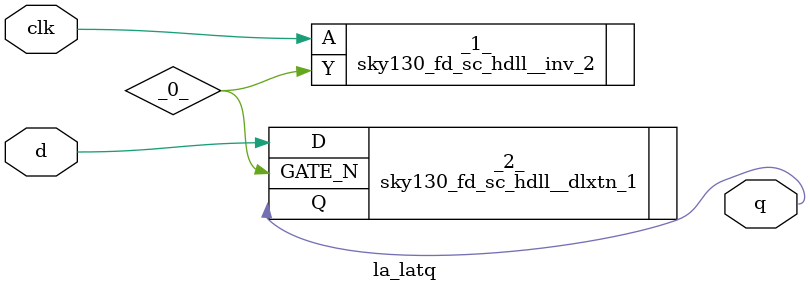
<source format=v>

/* Generated by Yosys 0.44 (git sha1 80ba43d26, g++ 11.4.0-1ubuntu1~22.04 -fPIC -O3) */

(* top =  1  *)
(* src = "inputs/la_latq.v:10.1-20.10" *)
module la_latq (
    d,
    clk,
    q
);
  (* src = "inputs/la_latq.v:18.5-18.40|/home/pgadfort/.sc/cache/lambdapdk-v0.1.33/lambdapdk/sky130/libs/sky130hdll/techmap/yosys/cells_latch.v:12.17-12.19" *)
  wire _0_;
  (* src = "inputs/la_latq.v:14.16-14.19" *)
  input clk;
  wire clk;
  (* src = "inputs/la_latq.v:13.16-13.17" *)
  input d;
  wire d;
  (* src = "inputs/la_latq.v:15.16-15.17" *)
  output q;
  wire q;
  sky130_fd_sc_hdll__inv_2 _1_ (
      .A(clk),
      .Y(_0_)
  );
  (* module_not_derived = 32'b00000000000000000000000000000001 *)
      (* src = "inputs/la_latq.v:18.5-18.40|/home/pgadfort/.sc/cache/lambdapdk-v0.1.33/lambdapdk/sky130/libs/sky130hdll/techmap/yosys/cells_latch.v:10.32-14.10" *)
  sky130_fd_sc_hdll__dlxtn_1 _2_ (
      .D(d),
      .GATE_N(_0_),
      .Q(q)
  );
endmodule

</source>
